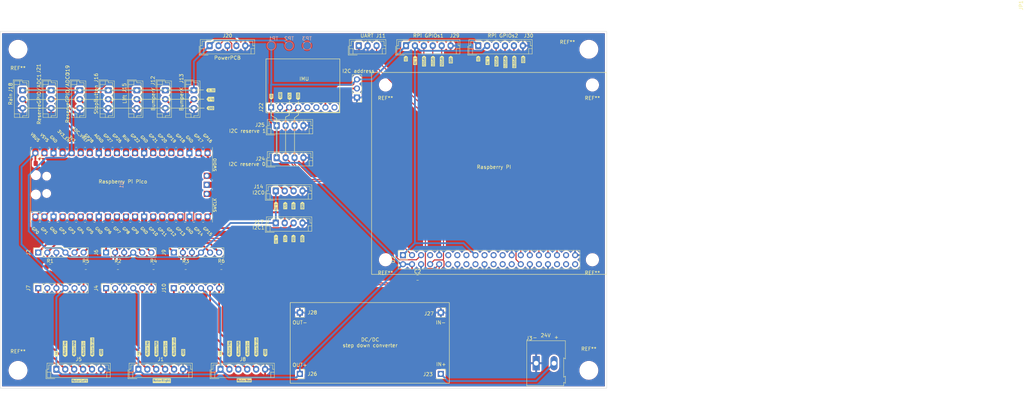
<source format=kicad_pcb>
(kicad_pcb (version 20211014) (generator pcbnew)
  (title_block (title "Landrumower PCB") (rev "1.0"))
  (layers (0 "F.Cu" signal) (31 "B.Cu" signal) (34 "B.Paste" user) (35 "F.Paste" user) (36 "B.SilkS" user "B.Silkscreen") (37 "F.SilkS" user "F.Silkscreen") (38 "B.Mask" user) (39 "F.Mask" user) (44 "Edge.Cuts" user))
  (net 0 "")
  (net 1 "+5V")
  (net 2 "GND")
  (net 3 "+3V3")
  (net 4 "I2C0 (SDA)")
  (net 5 "I2C0 (SCL)")
  (net 6 "bumperX")
  (net 7 "pinMotorRightImp")
  (net 8 "pinMotorRightPWM")
  (net 9 "pinMotorRightDir")
  (net 10 "pinMotorRightBrake")
  (net 11 "bumperY")
  (net 12 "Net-(J1-Pad2)")
  (net 13 "Net-(J1-Pad3)")
  (net 14 "pinMotorLeftImp")
  (net 15 "pinMotorLeftPWM")
  (net 16 "pinMotorLeftDir")
  (net 17 "pinMotorLeftBrake")
  (net 18 "lift")
  (net 19 "pinMotorMowImp")
  (net 20 "pinMotorMowPWM")
  (net 21 "pinMotorMowDir")
  (net 22 "pinMotorMowBrake")
  (net 30 "I2C1 (SDA)")
  (net 31 "I2C1 (SCL)")
  (net 32 "Net-(J1-Pad4)")
  (net 33 "Net-(J1-Pad5)")
  (net 34 "Net-(J5-Pad2)")
  (net 35 "Net-(J5-Pad3)")
  (net 36 "Net-(J5-Pad4)")
  (net 37 "Net-(J5-Pad5)")
  (net 38 "rain")
  (net 39 "Net-(J10-Pad1)")
  (net 40 "Net-(J10-Pad2)")
  (net 41 "Net-(J10-Pad5)")
  (net 42 "Net-(J10-Pad6)")
  (net 43 "stopButton")
  (net 44 "pinBatterySwitch")
  (net 45 "reserve GPIO{slash}ADC 0")
  (net 46 "reserve GPIO{slash}ADC 1")
  (net 47 "I2C(SCL)")
  (net 48 "I2C(SDA)")
  (net 51 "Net-(J22-Pad7)")
  (net 53 "UART (PI:RX PICO:TX)")
  (net 54 "UART (PI:TX PICO:RX)")
  (net 55 "+3.3VP")
  (net 56 "GPIO4")
  (net 64 "GPIO1")
  (net 65 "GPIO2")
  (net 66 "GPIO5")
  (net 67 "GPIO6")
  (net 68 "GPIO13")
  (net 70 "GPIO19")
  (net 76 "+24V")
  (footprint "Connector_JST:JST_EH_B6B-EH-A_1x06_P2.50mm_Vertical" (layer "F.Cu") (at 64.75 139.7)
    (fp_text reference "J5")
    (fp_text value "MotorLeftt")
  )
  (footprint "MountingHole:MountingHole_2.7mm" (layer "F.Cu") (at 157 60 180)
    (fp_text reference "REF**")
    (fp_text value "MountingHole_2.7mm")
  )
  (footprint "Connector_PinSocket_2.54mm:PinSocket_1x01_P2.54mm_Vertical" (layer "F.Cu") (at 133 123.8)
    (fp_text reference "J28")
    (fp_text value "OUT-")
  )
  (footprint "kibuzzard-65CA0B61" (layer "F.Cu") (at 95.3 134 90)
    (fp_text reference "kibuzzard-65CA0B61" hide)
    (fp_text value "G***" hide)
  )
  (footprint "kibuzzard-65CA0D25" (layer "F.Cu") (at 64.7 135.4 90)
    (fp_text reference "kibuzzard-65CA0D25" hide)
    (fp_text value "G***" hide)
  )
  (footprint "kibuzzard-65CA193C" (layer "F.Cu") (at 195.6 52.8 -90)
    (fp_text reference "kibuzzard-65CA193C" hide)
    (fp_text value "G***" hide)
  )
  (footprint "kibuzzard-65CA0A7B" (layer "F.Cu") (at 77.3 135.1 90)
    (fp_text reference "kibuzzard-65CA0A7B" hide)
    (fp_text value "G***" hide)
  )
  (footprint "MountingHole:MountingHole_2.7mm" (layer "F.Cu") (at 215 109 180)
    (fp_text reference "REF**")
    (fp_text value "MountingHole_2.7mm")
  )
  (footprint "Connector_JST:JST_EH_B3B-EH-A_1x03_P2.50mm_Vertical" (layer "F.Cu") (at 87.3 61.5 -90)
    (fp_text reference "J15")
    (fp_text value "Lift")
  )
  (footprint "Resistor_SMD:R_0805_2012Metric_Pad1.20x1.40mm_HandSolder" (layer "F.Cu") (at 101 111)
    (fp_text reference "R3")
    (fp_text value "4k7")
  )
  (footprint "kibuzzard-65CA15BA" (layer "F.Cu") (at 107.9 64)
    (fp_text reference "kibuzzard-65CA15BA" hide)
    (fp_text value "G***" hide)
  )
  (footprint "kibuzzard-65CA0AF1" (layer "F.Cu") (at 74.8 133.5 90)
    (fp_text reference "kibuzzard-65CA0AF1" hide)
    (fp_text value "G***" hide)
  )
  (footprint "Connector_JST:JST_EH_B3B-EH-A_1x03_P2.50mm_Vertical" (layer "F.Cu") (at 95.3 61.5 -90)
    (fp_text reference "J12")
    (fp_text value "BumperY")
  )
  (footprint "kibuzzard-65CA0A0A" (layer "F.Cu") (at 71.3 142.9)
    (fp_text reference "kibuzzard-65CA0A0A" hide)
    (fp_text value "G***" hide)
  )
  (footprint "Connector_PinHeader_2.54mm:PinHeader_1x03_P2.54mm_Vertical" (layer "F.Cu") (at 149 63.525 180)
    (fp_text reference "JP1")
    (fp_text value "I2C adress")
  )
  (footprint "kibuzzard-65CA0B61" (layer "F.Cu") (at 118.3 134 90)
    (fp_text reference "kibuzzard-65CA0B61" hide)
    (fp_text value "G***" hide)
  )
  (footprint "Connector_PinSocket_2.54mm:PinSocket_1x06_P2.54mm_Vertical" (layer "F.Cu") (at 97.675 116.975 90)
    (fp_text reference "J10")
    (fp_text value "Conn_01x06_Female")
  )
  (footprint "kibuzzard-65CA137E" (layer "F.Cu") (at 131.2 103 -90)
    (fp_text reference "kibuzzard-65CA137E" hide)
    (fp_text value "G***" hide)
  )
  (footprint "MountingHole:MountingHole_4.3mm_M4" (layer "F.Cu") (at 54 50 180)
    (fp_text reference "REF**")
    (fp_text value "MountingHole_4.3mm_M4")
  )
  (footprint "kibuzzard-65CA0AF1" (layer "F.Cu") (at 97.7 133.5 90)
    (fp_text reference "kibuzzard-65CA0AF1" hide)
    (fp_text value "G***" hide)
  )
  (footprint "Connector_JST:JST_EH_B6B-EH-A_1x06_P2.50mm_Vertical" (layer "F.Cu") (at 183 49)
    (fp_text reference "J30")
    (fp_text value "RPI GPIOs2")
  )
  (footprint "kibuzzard-65CA0CDE" (layer "F.Cu") (at 90.3 134 90)
    (fp_text reference "kibuzzard-65CA0CDE" hide)
    (fp_text value "G***" hide)
  )
  (footprint "Resistor_SMD:R_0805_2012Metric_Pad1.20x1.40mm_HandSolder" (layer "F.Cu") (at 82 111)
    (fp_text reference "R2")
    (fp_text value "4k7")
  )
  (footprint "kibuzzard-65CA0A31" (layer "F.Cu") (at 94.3 142.9)
    (fp_text reference "kibuzzard-65CA0A31" hide)
    (fp_text value "G***" hide)
  )
  (footprint "RPi_Pico:RPi_Pico_SMD_TH" (layer "F.Cu") (at 83 88 90)
    (fp_text reference "U1")
    (fp_text value "Pico")
  )
  (footprint "Resistor_SMD:R_0805_2012Metric_Pad1.20x1.40mm_HandSolder" (layer "F.Cu") (at 111 111)
    (fp_text reference "R6")
    (fp_text value "100k")
  )
  (footprint "Connector_PinSocket_2.54mm:PinSocket_1x01_P2.54mm_Vertical" (layer "F.Cu") (at 172.5 123.8)
    (fp_text reference "J27")
    (fp_text value "IN-")
  )
  (footprint "MountingHole:MountingHole_2.7mm" (layer "F.Cu") (at 215 60 180)
    (fp_text reference "REF**")
    (fp_text value "MountingHole_2.7mm")
  )
  (footprint "kibuzzard-65CA0BE5" (layer "F.Cu") (at 69.7 133.9 90)
    (fp_text reference "kibuzzard-65CA0BE5" hide)
    (fp_text value "G***" hide)
  )
  (footprint "kibuzzard-65CA137E" (layer "F.Cu") (at 132.5 63.2 90)
    (fp_text reference "kibuzzard-65CA137E" hide)
    (fp_text value "G***" hide)
  )
  (footprint "Connector_JST:JST_EH_B6B-EH-A_1x06_P2.50mm_Vertical" (layer "F.Cu") (at 162.75 49)
    (fp_text reference "J29")
    (fp_text value "RPI GPIOs1")
  )
  (footprint "Connector_PinSocket_2.54mm:PinSocket_1x01_P2.54mm_Vertical" (layer "F.Cu") (at 172.5 141)
    (fp_text reference "J23")
    (fp_text value "IN+")
  )
  (footprint "kibuzzard-65CA0A7B" (layer "F.Cu") (at 123.3 135.1 90)
    (fp_text reference "kibuzzard-65CA0A7B" hide)
    (fp_text value "G***" hide)
  )
  (footprint "kibuzzard-65CA1392" (layer "F.Cu") (at 128.9 93.8 -90)
    (fp_text reference "kibuzzard-65CA1392" hide)
    (fp_text value "G***" hide)
  )
  (footprint "Connector_JST:JST_EH_B6B-EH-A_1x06_P2.50mm_Vertical" (layer "F.Cu") (at 110.75 139.7)
    (fp_text reference "J8")
    (fp_text value "MotorMow")
  )
  (footprint "Connector_JST:JST_EH_B4B-EH-A_1x04_P2.50mm_Vertical" (layer "F.Cu") (at 126.25 89.7)
    (fp_text reference "J14")
    (fp_text value "I2C0")
  )
  (footprint "kibuzzard-65CA137E" (layer "F.Cu") (at 131.2 93.8 -90)
    (fp_text reference "kibuzzard-65CA137E" hide)
    (fp_text value "G***" hide)
  )
  (footprint "Connector_PinSocket_2.54mm:PinSocket_1x08_P2.54mm_Vertical" (layer "F.Cu") (at 124.925 66.3 90)
    (fp_text reference "J22")
    (fp_text value "IMU")
  )
  (footprint "Connector_JST:JST_EH_B3B-EH-A_1x03_P2.50mm_Vertical" (layer "F.Cu") (at 63.3 61.5 -90)
    (fp_text reference "J21")
    (fp_text value "ReserveGPIO/ADC1")
  )
  (footprint "kibuzzard-65CA13E2" (layer "F.Cu") (at 133.7 103 -90)
    (fp_text reference "kibuzzard-65CA13E2" hide)
    (fp_text value "G***" hide)
  )
  (footprint "Connector_JST:JST_EH_B5B-EH-A_1x05_P2.50mm_Vertical" (layer "F.Cu") (at 107.7 49)
    (fp_text reference "J20")
    (fp_text value "PowerPCB")
  )
  (footprint "kibuzzard-65CA1367" (layer "F.Cu") (at 126.3 103.2 -90)
    (fp_text reference "kibuzzard-65CA1367" hide)
    (fp_text value "G***" hide)
  )
  (footprint "Resistor_SMD:R_0805_2012Metric_Pad1.20x1.40mm_HandSolder" (layer "F.Cu") (at 63 111)
    (fp_text reference "R1")
    (fp_text value "4k7")
  )
  (footprint "Connector_PinSocket_2.54mm:PinSocket_1x06_P2.54mm_Vertical" (layer "F.Cu") (at 78.675 116.975 90)
    (fp_text reference "J4")
    (fp_text value "Conn_01x06_Female")
  )
  (footprint "kibuzzard-65CA19E7" (layer "F.Cu") (at 188.1 53.3 -90)
    (fp_text reference "kibuzzard-65CA19E7" hide)
    (fp_text value "G***" hide)
  )
  (footprint "kibuzzard-65CA0A7B" (layer "F.Cu") (at 100.3 135.1 90)
    (fp_text reference "kibuzzard-65CA0A7B" hide)
    (fp_text value "G***" hide)
  )
  (footprint "Connector_PinSocket_2.54mm:PinSocket_1x06_P2.54mm_Vertical" (layer "F.Cu") (at 59.675 116.975 90)
    (fp_text reference "J7")
    (fp_text value "Conn_01x06_Female")
  )
  (footprint "MountingHole:MountingHole_4.3mm_M4" (layer "F.Cu") (at 54 140)
    (fp_text reference "REF**")
    (fp_text value "MountingHole_4.3mm_M4")
  )
  (footprint "kibuzzard-65CA1392" (layer "F.Cu") (at 128.9 103 -90)
    (fp_text reference "kibuzzard-65CA1392" hide)
    (fp_text value "G***" hide)
  )
  (footprint "kibuzzard-65CA15CC" (layer "F.Cu") (at 107.9 66.5)
    (fp_text reference "kibuzzard-65CA15CC" hide)
    (fp_text value "G***" hide)
  )
  (footprint "Connector_JST:JST_EH_B6B-EH-A_1x06_P2.50mm_Vertical" (layer "F.Cu") (at 87.75 139.7)
    (fp_text reference "J1")
    (fp_text value "MotorRight")
  )
  (footprint "Connector_JST:JST_EH_B3B-EH-A_1x03_P2.50mm_Vertical" (layer "F.Cu") (at 71.3 61.5 -90)
    (fp_text reference "J19")
    (fp_text value "ResrveGPIO/ADC0")
  )
  (footprint "Resistor_SMD:R_0805_2012Metric_Pad1.20x1.40mm_HandSolder" (layer "F.Cu") (at 73 111)
    (fp_text reference "R5")
    (fp_text value "100k")
  )
  (footprint "MountingHole:MountingHole_4.3mm_M4" (layer "F.Cu") (at 214 50)
    (fp_text reference "REF**")
    (fp_text value "MountingHole_4.3mm_M4")
  )
  (footprint "MountingHole:MountingHole_4.3mm_M4" (layer "F.Cu") (at 214 140)
    (fp_text reference "REF**")
    (fp_text value "MountingHole_4.3mm_M4")
  )
  (footprint "kibuzzard-65CA1367" (layer "F.Cu") (at 126.3 94 -90)
    (fp_text reference "kibuzzard-65CA1367" hide)
    (fp_text value "G***" hide)
  )
  (footprint "Capacitor_SMD:C_0805_2012Metric_Pad1.18x1.45mm_HandSolder" (layer "F.Cu") (at 166 114)
    (fp_text reference "C2")
    (fp_text value "C_Small")
  )
  (footprint "kibuzzard-65CA18EE" (layer "F.Cu") (at 185.6 53.1 -90)
    (fp_text reference "kibuzzard-65CA18EE" hide)
    (fp_text value "G***" hide)
  )
  (footprint "Connector_JST:JST_EH_B3B-EH-A_1x03_P2.50mm_Vertical" (layer "F.Cu") (at 149.5 49)
    (fp_text reference "J11")
    (fp_text value "UART")
  )
  (footprint "kibuzzard-65CA0D25" (layer "F.Cu") (at 110.7 135.4 90)
    (fp_text reference "kibuzzard-65CA0D25" hide)
    (fp_text value "G***" hide)
  )
  (footprint "Capacitor_SMD:C_0805_2012Metric_Pad1.18x1.45mm_HandSolder" (layer "F.Cu") (at 60 82)
    (fp_text reference "C1")
    (fp_text value "C_Small")
  )
  (footprint "kibuzzard-65CA1A09" (layer "F.Cu") (at 193.1 53.5 -90)
    (fp_text reference "kibuzzard-65CA1A09" hide)
    (fp_text value "G***" hide)
  )
  (footprint "kibuzzard-65CA19F9" (layer "F.Cu") (at 190.6 53.5 -90)
    (fp_text reference "kibuzzard-65CA19F9" hide)
    (fp_text value "G***" hide)
  )
  (footprint "kibuzzard-65CA0CDE" (layer "F.Cu") (at 113.3 134 90)
    (fp_text reference "kibuzzard-65CA0CDE" hide)
    (fp_text value "G***" hide)
  )
  (footprint "kibuzzard-65CA0BDD" (layer "F.Cu") (at 72.3 134 90)
    (fp_text reference "kibuzzard-65CA0BDD" hide)
    (fp_text value "G***" hide)
  )
  (footprint "kibuzzard-65CA0D25" (layer "F.Cu") (at 87.8 135.4 90)
    (fp_text reference "kibuzzard-65CA0D25" hide)
    (fp_text value "G***" hide)
  )
  (footprint "kibuzzard-65CA0BE5" (layer "F.Cu") (at 115.8 134 90)
    (fp_text reference "kibuzzard-65CA0BE5" hide)
    (fp_text value "G***" hide)
  )
  (footprint "Connector_PinSocket_2.54mm:PinSocket_2x20_P2.54mm_Vertical" (layer "F.Cu") (at 161.9 107.71 90)
    (fp_text reference "U2")
    (fp_text value "Raspberry_Pi_2_3")
  )
  (footprint "Connector_JST:JST_EH_B4B-EH-A_1x04_P2.50mm_Vertical" (layer "F.Cu") (at 126.5 80.4)
    (fp_text reference "J24")
    (fp_text value "I2C reserve0")
  )
  (footprint "Connector_JST:JST_EH_B3B-EH-A_1x03_P2.50mm_Vertical" (layer "F.Cu") (at 55.3 61.5 -90)
    (fp_text reference "J18")
    (fp_text value "Rain")
  )
  (footprint "kibuzzard-65CA193C" (layer "F.Cu") (at 175.3 52.9 -90)
    (fp_text reference "kibuzzard-65CA193C" hide)
    (fp_text value "G***" hide)
  )
  (footprint "kibuzzard-65CA0BE5" (layer "F.Cu") (at 92.8 134 90)
    (fp_text reference "kibuzzard-65CA0BE5" hide)
    (fp_text value "G***" hide)
  )
  (footprint "Resistor_SMD:R_0805_2012Metric_Pad1.20x1.40mm_HandSolder" (layer "F.Cu") (at 92 111)
    (fp_text reference "R4")
    (fp_text value "100k")
  )
  (footprint "Connector_PinSocket_2.54mm:PinSocket_1x06_P2.54mm_Vertical" (layer "F.Cu") (at 59.675 106.975 90)
    (fp_text reference "J2")
    (fp_text value "Conn_01x06_Female")
  )
  (footprint "Connector_PinSocket_2.54mm:PinSocket_1x06_P2.54mm_Vertical" (layer "F.Cu") (at 97.675 106.975 90)
    (fp_text reference "J9")
    (fp_text value "Conn_01x06_Female")
  )
  (footprint "kibuzzard-65CA13E2" (layer "F.Cu") (at 133.7 93.8 -90)
    (fp_text reference "kibuzzard-65CA13E2" hide)
    (fp_text value "G***" hide)
  )
  (footprint "kibuzzard-65CA18B9" (layer "F.Cu") (at 183 52.6 -90)
    (fp_text reference "kibuzzard-65CA18B9" hide)
    (fp_text value "G***" hide)
  )
  (footprint "Connector_JST:JST_EH_B4B-EH-A_1x04_P2.50mm_Vertical" (layer "F.Cu") (at 126.5 71.4)
    (fp_text reference "J25")
    (fp_text value "I2C reserve1")
  )
  (footprint "kibuzzard-65CA0A42" (layer "F.Cu") (at 117.4 142.8)
    (fp_text reference "kibuzzard-65CA0A42" hide)
    (fp_text value "G***" hide)
  )
  (footprint "kibuzzard-65CA0CDE" (layer "F.Cu") (at 67.2 134 90)
    (fp_text reference "kibuzzard-65CA0CDE" hide)
    (fp_text value "G***" hide)
  )
  (footprint "kibuzzard-65CA1528" (layer "F.Cu") (at 125 63.3 90)
    (fp_text reference "kibuzzard-65CA1528" hide)
    (fp_text value "G***" hide)
  )
  (footprint "kibuzzard-65CA15DA" (layer "F.Cu") (at 108 61.5)
    (fp_text reference "kibuzzard-65CA15DA" hide)
    (fp_text value "G***" hide)
  )
  (footprint "kibuzzard-65CA191B" (layer "F.Cu") (at 170.3 53.3 -90)
    (fp_text reference "kibuzzard-65CA191B" hide)
    (fp_text value "G***" hide)
  )
  (footprint "kibuzzard-65CA18B9" (layer "F.Cu") (at 162.7 52.6 -90)
    (fp_text reference "kibuzzard-65CA18B9" hide)
    (fp_text value "G***" hide)
  )
  (footprint "kibuzzard-65CA18EE" (layer "F.Cu") (at 165.3 53.1 -90)
    (fp_text reference "kibuzzard-65CA18EE" hide)
    (fp_text value "G***" hide)
  )
  (footprint "Connector_JST:JST_EH_B3B-EH-A_1x03_P2.50mm_Vertical" (layer "F.Cu") (at 79.3 61.5 -90)
    (fp_text reference "J16")
    (fp_text value "StopButton")
  )
  (footprint "Connector_PinSocket_2.54mm:PinSocket_1x01_P2.54mm_Vertical" (layer "F.Cu") (at 133 141)
    (fp_text reference "J26")
    (fp_text value "OUT+")
  )
  (footprint "Connector_JST:JST_EH_B4B-EH-A_1x04_P2.50mm_Vertical" (layer "F.Cu") (at 126.25 98.7)
    (fp_text reference "J17")
    (fp_text value "I2C1")
  )
  (footprint "kibuzzard-65CA13E2" (layer "F.Cu") (at 127.5 63.1 90)
    (fp_text reference "kibuzzard-65CA13E2" hide)
    (fp_text value "G***" hide)
  )
  (footprint "TerminalBlock:TerminalBlock_Altech_AK300-2_P5.00mm" (layer "F.Cu") (at 199.235 138)
    (fp_text reference "J3")
    (fp_text value "Power")
  )
  (footprint "kibuzzard-65CA190F" (layer "F.Cu") (at 167.8 53.3 -90)
    (fp_text reference "kibuzzard-65CA190F" hide)
    (fp_text value "G***" hide)
  )
  (footprint "Connector_JST:JST_EH_B3B-EH-A_1x03_P2.50mm_Vertical" (layer "F.Cu") (at 103.3 61.5 -90)
    (fp_text reference "J13")
    (fp_text value "BumperX")
  )
  (footprint "kibuzzard-65CA1927" (layer "F.Cu") (at 172.8 53.3 -90)
    (fp_text reference "kibuzzard-65CA1927" hide)
    (fp_text value "G***" hide)
  )
  (footprint "kibuzzard-65CA0AF1" (layer "F.Cu") (at 120.8 133.5 90)
    (fp_text reference "kibuzzard-65CA0AF1" hide)
    (fp_text value "G***" hide)
  )
  (footprint "Connector_PinSocket_2.54mm:PinSocket_1x06_P2.54mm_Vertical" (layer "F.Cu") (at 78.675 106.975 90)
    (fp_text reference "J6")
    (fp_text value "Conn_01x06_Female")
  )
  (footprint "kibuzzard-65CA1392" (layer "F.Cu") (at 130.1 63.2 90)
    (fp_text reference "kibuzzard-65CA1392" hide)
    (fp_text value "G***" hide)
  )
  (footprint "MountingHole:MountingHole_2.7mm" (layer "F.Cu") (at 157 109 180)
    (fp_text reference "REF**")
    (fp_text value "MountingHole_2.7mm")
  )
  (footprint "TestPoint:TestPoint_Pad_D2.0mm" (layer "B.Cu") (at 130 49 180)
    (fp_text reference "TP2")
    (fp_text value "TP3.3V")
  )
  (footprint "TestPoint:TestPoint_Pad_D2.0mm" (layer "B.Cu") (at 125 49 180)
    (fp_text reference "TP1")
    (fp_text value "TP_5V")
  )
  (footprint "TestPoint:TestPoint_Pad_D2.0mm" (layer "B.Cu") (at 135 49 180)
    (fp_text reference "TP3")
    (fp_text value "TP_GND")
  )
  (gr_line (start 125 64.6) (end 125 68.6) (layer "F.SilkS") (width 0.15))
  (gr_rect (start 123.5 67.8) (end 144.2 52.7) (layer "F.SilkS") (width 0.15) (fill none))
  (gr_line (start 131.5 69.2) (end 131.5 79.8) (layer "F.SilkS") (width 0.15))
  (gr_line (start 130.1 64.5) (end 130 68.5) (layer "F.SilkS") (width 0.15))
  (gr_rect (start 153.1 56.5) (end 219 113.1) (layer "F.SilkS") (width 0.15) (fill none))
  (gr_line (start 132.6 64.6) (end 132.6 68.4) (layer "F.SilkS") (width 0.15))
  (gr_line (start 106 61.4) (end 55.8 61.4) (layer "F.SilkS") (width 0.15))
  (gr_rect (start 130.3 121) (end 174.9 143.6) (layer "F.SilkS") (width 0.15) (fill none))
  (gr_line (start 106.1 64) (end 55.8 64.1) (layer "F.SilkS") (width 0.15))
  (gr_line (start 130 68.5) (end 129 69) (layer "F.SilkS") (width 0.15))
  (gr_line (start 126.5 69.4) (end 126.5 79.8) (layer "F.SilkS") (width 0.15))
  (gr_line (start 106.2 66.5) (end 55.8 66.5) (layer "F.SilkS") (width 0.15))
  (gr_line (start 129 69) (end 129 79.4) (layer "F.SilkS") (width 0.15))
  (gr_line (start 132.6 68.4) (end 131.5 69.2) (layer "F.SilkS") (width 0.15))
  (gr_line (start 125 68.6) (end 126.5 69.4) (layer "F.SilkS") (width 0.15))
  (gr_rect (start 49 45) (end 219 145) (layer "Edge.Cuts") (width 0.1) (fill none))
  (gr_text "Landrumower PCB V1.0" (at 75 49) (layer "F.Cu") (effects (font (size 1.5 1.5) (thickness 0.3))))
  (gr_text "Rain" (at 51.9 64 90) (layer "F.SilkS") (effects (font (size 1 1))))
  (gr_text "PowerPCB" (at 112.7 52.4) (layer "F.SilkS") (effects (font (size 1 1))))
  (gr_text "BumperX" (at 99.8 64 90) (layer "F.SilkS") (effects (font (size 1 1))))
  (gr_text "IMU" (at 134.2 58.3) (layer "F.SilkS") (effects (font (size 1 1))))
  (gr_text "ReserveGPIO/ADC0" (at 67.9 63.6 90) (layer "F.SilkS") (effects (font (size 1 1))))
  (gr_text "I2C reserve 1" (at 118.3 72.9) (layer "F.SilkS") (effects (font (size 1 1))))
  (gr_text "Lift" (at 83.9 64 90) (layer "F.SilkS") (effects (font (size 1 1))))
  (gr_text "IN+" (at 172.6 138.3) (layer "F.SilkS") (effects (font (size 1 1))))
  (gr_text "I2C reserve 0" (at 118.2 82.2) (layer "F.SilkS") (effects (font (size 1 1))))
  (gr_text "I2C address" (at 149.4 56.1) (layer "F.SilkS") (effects (font (size 1 1))))
  (gr_text "I2C0" (at 121.4 90.2) (layer "F.SilkS") (effects (font (size 1 1))))
  (gr_text "-" (at 198.9 130.8) (layer "F.SilkS") (effects (font (size 1 1))))
  (gr_text "RPi GPIOs2" (at 189.9 46.2) (layer "F.SilkS") (effects (font (size 1 1))))
  (gr_text "StopButton" (at 75.9 64.1 90) (layer "F.SilkS") (effects (font (size 1 1))))
  (gr_text "Raspberry PI" (at 187.4 83) (layer "F.SilkS") (effects (font (size 1 1))))
  (gr_text "ReserveGPIO/ADC1" (at 59.9 64 90) (layer "F.SilkS") (effects (font (size 1 1))))
  (gr_text "OUT+" (at 133 138.5) (layer "F.SilkS") (effects (font (size 1 1))))
  (gr_text "DC/DC\nstep down converter" (at 152.7 132.2) (layer "F.SilkS") (effects (font (size 1 1))))
  (gr_text "OUT-" (at 133 126.6) (layer "F.SilkS") (effects (font (size 1 1))))
  (gr_text "24V" (at 201.9 130.2) (layer "F.SilkS") (effects (font (size 1 1))))
  (gr_text "IN-" (at 172.5 126.6) (layer "F.SilkS") (effects (font (size 1 1))))
  (gr_text "+" (at 204.9 130.7) (layer "F.SilkS") (effects (font (size 1 1))))
  (gr_text "Raspberry Pi Pico" (at 83.4 87.1) (layer "F.SilkS") (effects (font (size 1 1))))
  (gr_text "RPi GPIOs1" (at 169 46.2) (layer "F.SilkS") (effects (font (size 1 1))))
  (gr_text "BumperY" (at 91.9 64 90) (layer "F.SilkS") (effects (font (size 1 1))))
  (gr_text "UART" (at 151.8 46.2) (layer "F.SilkS") (effects (font (size 1 1))))
  (gr_text "I2C1" (at 121.4 100) (layer "F.SilkS") (effects (font (size 1 1))))
  (segment (start 58.87 79.11) (end 58.87 81.9075) (width 0.5) (layer "F.Cu") (net 1))
  (segment (start 164.44 113.4775) (end 164.9625 114) (width 0.5) (layer "F.Cu") (net 1))
  (segment (start 58.87 81.9075) (end 58.9625 82) (width 0.5) (layer "F.Cu") (net 1))
  (segment (start 164.44 110.25) (end 164.44 113.4775) (width 0.5) (layer "F.Cu") (net 1))
  (segment (start 126.5 71.4) (end 126.5 80.4) (width 0.5) (layer "B.Cu") (net 1))
  (segment (start 55 104.68) (end 67.295 116.975) (width 0.5) (layer "B.Cu") (net 1))
  (segment (start 87.75 139.7) (end 87.75 118.43) (width 0.5) (layer "B.Cu") (net 1))
  (segment (start 109.32548 141.12452) (end 89.17452 141.12452) (width 0.5) (layer "B.Cu") (net 1))
  (segment (start 66.17452 141.12452) (end 64.75 139.7) (width 0.5) (layer "B.Cu") (net 1))
  (segment (start 113.05 142) (end 110.75 139.7) (width 0.5) (layer "B.Cu") (net 1))
  (segment (start 87.75 118.43) (end 86.295 116.975) (width 0.5) (layer "B.Cu") (net 1))
  (segment (start 133 139.15) (end 161.9 110.25) (width 0.5) (layer "B.Cu") (net 1))
  (segment (start 126.5 71.4) (end 124.925 69.825) (width 0.5) (layer "B.Cu") (net 1))
  (segment (start 110.75 139.7) (end 110.75 122.43) (width 0.5) (layer "B.Cu") (net 1))
  (segment (start 87.75 139.7) (end 86.32548 141.12452) (width 0.5) (layer "B.Cu") (net 1))
  (segment (start 89.17452 141.12452) (end 87.75 139.7) (width 0.5) (layer "B.Cu") (net 1))
  (segment (start 125 49) (end 125 60) (width 0.5) (layer "B.Cu") (net 1))
  (segment (start 64.75 119.52) (end 67.295 116.975) (width 0.5) (layer "B.Cu") (net 1))
  (segment (start 58.87 79.11) (end 55 82.98) (width 0.5) (layer "B.Cu") (net 1))
  (segment (start 149 58.445) (end 153.305 58.445) (width 0.5) (layer "B.Cu") (net 1))
  (segment (start 64.75 139.7) (end 64.75 119.52) (width 0.5) (layer "B.Cu") (net 1))
  (segment (start 55 82.98) (end 55 104.68) (width 0.5) (layer "B.Cu") (net 1))
  (segment (start 132.82452 81.82452) (end 127.92452 81.82452) (width 0.5) (layer "B.Cu") (net 1))
  (segment (start 183 49) (end 181.57548 47.57548) (width 0.5) (layer "B.Cu") (net 1))
  (segment (start 110.75 139.7) (end 109.32548 141.12452) (width 0.5) (layer "B.Cu") (net 1))
  (segment (start 164.17452 47.57548) (end 162.75 49) (width 0.5) (layer "B.Cu") (net 1))
  (segment (start 149 58.445) (end 147.52 59.925) (width 0.5) (layer "B.Cu") (net 1))
  (segment (start 124.925 69.825) (end 124.925 66.3) (width 0.5) (layer "B.Cu") (net 1))
  (segment (start 148.555 58) (end 149 58.445) (width 0.5) (layer "B.Cu") (net 1))
  (segment (start 164.44 110.25) (end 161.25 110.25) (width 0.5) (layer "B.Cu") (net 1))
  (segment (start 181.57548 47.57548) (end 164.17452 47.57548) (width 0.5) (layer "B.Cu") (net 1))
  (segment (start 127.92452 81.82452) (end 126.5 80.4) (width 0.5) (layer "B.Cu") (net 1))
  (segment (start 153.305 58.445) (end 162.75 49) (width 0.5) (layer "B.Cu") (net 1))
  (segment (start 147.52 59.925) (end 124.925 59.925) (width 0.5) (layer "B.Cu") (net 1))
  (segment (start 133 141) (end 133 139.15) (width 0.5) (layer "B.Cu") (net 1))
  (segment (start 124.925 60.075) (end 124.925 59.925) (width 0.5) (layer "B.Cu") (net 1))
  (segment (start 132 142) (end 113.05 142) (width 0.5) (layer "B.Cu") (net 1))
  (segment (start 161.25 110.25) (end 132.82452 81.82452) (width 0.5) (layer "B.Cu") (net 1))
  (segment (start 110.75 122.43) (end 105.295 116.975) (width 0.5) (layer "B.Cu") (net 1))
  (segment (start 86.32548 141.12452) (end 66.17452 141.12452) (width 0.5) (layer "B.Cu") (net 1))
  (segment (start 124.925 66.3) (end 124.925 60.075) (width 0.5) (layer "B.Cu") (net 1))
  (segment (start 125 60) (end 124.925 60.075) (width 0.5) (layer "B.Cu") (net 1))
  (segment (start 133 141) (end 132 142) (width 0.5) (layer "B.Cu") (net 1))
  (segment (start 150.57548 50.42452) (end 152 49) (width 0.5) (layer "B.Cu") (net 2))
  (segment (start 136.42452 50.42452) (end 150.57548 50.42452) (width 0.5) (layer "B.Cu") (net 2))
  (segment (start 135 49) (end 136.42452 50.42452) (width 0.5) (layer "B.Cu") (net 2))
  (segment (start 65.995489 105.675489) (end 61.675489 105.675489) (width 0.5) (layer "B.Cu") (net 3))
  (segment (start 61.886266 80.409511) (end 67.028276 80.409511) (width 0.5) (layer "B.Cu") (net 3))
  (segment (start 71.3 61.5) (end 63.3 61.5) (width 0.5) (layer "B.Cu") (net 3))
  (segment (start 57 85.295777) (end 61.886266 80.409511) (width 0.5) (layer "B.Cu") (net 3))
  (segment (start 79.3 61.5) (end 87.3 61.5) (width 0.5) (layer "B.Cu") (net 3))
  (segment (start 67.028276 80.409511) (end 69 78.437787) (width 0.5) (layer "B.Cu") (net 3))
  (segment (start 105.295 106.975) (end 103.995489 108.274511) (width 0.5) (layer "B.Cu") (net 3))
  (segment (start 126.25 98.7) (end 113.57 98.7) (width 0.5) (layer "B.Cu") (net 3))
  (segment (start 57 101) (end 57 85.295777) (width 0.5) (layer "B.Cu") (net 3))
  (segment (start 87.3 61.5) (end 95.3 61.5) (width 0.5) (layer "B.Cu") (net 3))
  (segment (start 103.3 61.5) (end 103.3 53.4) (width 0.5) (layer "B.Cu") (net 3))
  (segment (start 113.57 98.7) (end 105.295 106.975) (width 0.5) (layer "B.Cu") (net 3))
  (segment (start 87.594511 108.274511) (end 86.295 106.975) (width 0.5) (layer "B.Cu") (net 3))
  (segment (start 84.995489 108.274511) (end 68.594511 108.274511) (width 0.5) (layer "B.Cu") (net 3))
  (segment (start 69.03 63.77) (end 71.3 61.5) (width 0.5) (layer "B.Cu") (net 3))
  (segment (start 67.295 106.975) (end 65.995489 105.675489) (width 0.5) (layer "B.Cu") (net 3))
  (segment (start 63.3 61.5) (end 55.3 61.5) (width 0.5) (layer "B.Cu") (net 3))
  (segment (start 68.594511 108.274511) (end 67.295 106.975) (width 0.5) (layer "B.Cu") (net 3))
  (segment (start 69.03 79.11) (end 69.03 63.77) (width 0.5) (layer "B.Cu") (net 3))
  (segment (start 95.3 61.5) (end 103.3 61.5) (width 0.5) (layer "B.Cu") (net 3))
  (segment (start 103.995489 108.274511) (end 87.594511 108.274511) (width 0.5) (layer "B.Cu") (net 3))
  (segment (start 71.3 61.5) (end 79.3 61.5) (width 0.5) (layer "B.Cu") (net 3))
  (segment (start 126.25 98.7) (end 126.25 89.7) (width 0.5) (layer "B.Cu") (net 3))
  (segment (start 109.149511 47.550489) (end 107.7 49) (width 0.5) (layer "B.Cu") (net 3))
  (segment (start 103.3 53.4) (end 107.7 49) (width 0.5) (layer "B.Cu") (net 3))
  (segment (start 130 49) (end 128.550489 47.550489) (width 0.5) (layer "B.Cu") (net 3))
  (segment (start 128.550489 47.550489) (end 109.149511 47.550489) (width 0.5) (layer "B.Cu") (net 3))
  (segment (start 86.295 106.975) (end 84.995489 108.274511) (width 0.5) (layer "B.Cu") (net 3))
  (segment (start 61.675489 105.675489) (end 57 101) (width 0.5) (layer "B.Cu") (net 3))
  (segment (start 107.15 73.85) (end 107.15 70.65) (width 0.3) (layer "F.Cu") (net 4))
  (segment (start 123.55 82) (end 109 82) (width 0.5) (layer "F.Cu") (net 4))
  (segment (start 113.89952 63.90048) (end 113.89952 48.34952) (width 0.3) (layer "F.Cu") (net 4))
  (segment (start 113.89952 48.34952) (end 113.1 47.55) (width 0.3) (layer "F.Cu") (net 4))
  (segment (start 107.13 73.87) (end 107.15 73.85) (width 0.3) (layer "F.Cu") (net 4))
  (segment (start 131.25 89.7) (end 123.55 82) (width 0.5) (layer "F.Cu") (net 4))
  (segment (start 111.65 47.55) (end 113.1 47.55) (width 0.3) (layer "F.Cu") (net 4))
  (segment (start 109 82) (end 107.13 80.13) (width 0.5) (layer "F.Cu") (net 4))
  (segment (start 107.15 70.65) (end 113.89952 63.90048) (width 0.3) (layer "F.Cu") (net 4))
  (segment (start 107.13 80.13) (end 107.13 79.11) (width 0.5) (layer "F.Cu") (net 4))
  (segment (start 107.13 73.87) (end 107.13 79.11) (width 0.3) (layer "F.Cu") (net 4))
  (segment (start 110.2 49) (end 111.65 47.55) (width 0.3) (layer "F.Cu") (net 4))
  (segment (start 128.75 89.7) (end 122.05 83) (width 0.5) (layer "F.Cu") (net 5))
  (segment (start 112.7 49) (end 112.7 63.95) (width 0.3) (layer "F.Cu") (net 5))
  (segment (start 108.48 83) (end 104.59 79.11) (width 0.5) (layer "F.Cu") (net 5))
  (segment (start 104.59 72.06) (end 104.59 79.11) (width 0.3) (layer "F.Cu") (net 5))
  (segment (start 112.7 63.95) (end 104.59 72.06) (width 0.3) (layer "F.Cu") (net 5))
  (segment (start 122.05 83) (end 108.48 83) (width 0.5) (layer "F.Cu") (net 5))
  (segment (start 103.3 64) (end 99.51 67.79) (width 0.5) (layer "F.Cu") (net 6))
  (segment (start 99.51 67.79) (end 99.51 79.11) (width 0.5) (layer "F.Cu") (net 6))
  (segment (start 66.49 100.16) (end 59.675 106.975) (width 0.5) (layer "F.Cu") (net 7))
  (segment (start 66.49 96.89) (end 66.49 100.16) (width 0.5) (layer "F.Cu") (net 7))
  (segment (start 69.03 96.89) (end 69.03 100.16) (width 0.5) (layer "F.Cu") (net 8))
  (segment (start 69.03 100.16) (end 62.215 106.975) (width 0.5) (layer "F.Cu") (net 8))
  (segment (start 62.215 110.785) (end 62 111) (width 0.5) (layer "F.Cu") (net 8))
  (segment (start 62.215 106.975) (end 62.215 110.785) (width 0.5) (layer "F.Cu") (net 8))
  (segment (start 71.57 96.89) (end 71.57 105.24) (width 0.5) (layer "F.Cu") (net 9))
  (segment (start 71.57 105.24) (end 69.835 106.975) (width 0.5) (layer "F.Cu") (net 9))
  (segment (start 74.11 96.89) (end 74.11 105.24) (width 0.5) (layer "F.Cu") (net 10))
  (segment (start 74.11 105.24) (end 72.375 106.975) (width 0.5) (layer "F.Cu") (net 10))
  (segment (start 96.97 65.67) (end 96.97 79.11) (width 0.5) (layer "F.Cu") (net 11))
  (segment (start 95.3 64) (end 96.97 65.67) (width 0.5) (layer "F.Cu") (net 11))
  (segment (start 78.675 128.125) (end 90.25 139.7) (width 0.5) (layer "F.Cu") (net 12))
  (segment (start 78.675 116.975) (end 78.675 128.125) (width 0.5) (layer "F.Cu") (net 12))
  (segment (start 81.215 128.165) (end 92.75 139.7) (width 0.5) (layer "F.Cu") (net 13))
  (segment (start 81.215 116.975) (end 81.215 128.165) (width 0.5) (layer "F.Cu") (net 13))
  (segment (start 78.675 97.405) (end 78.675 106.975) (width 0.5) (layer "F.Cu") (net 14))
  (segment (start 79.19 96.89) (end 78.675 97.405) (width 0.5) (layer "F.Cu") (net 14))
  (segment (start 81.73 96.89) (end 81.73 106.46) (width 0.5) (layer "F.Cu") (net 15))
  (segment (start 81.215 106.975) (end 81.215 110.785) (width 0.5) (layer "F.Cu") (net 15))
  (segment (start 81.215 110.785) (end 81 111) (width 0.5) (layer "F.Cu") (net 15))
  (segment (start 81.73 106.46) (end 81.215 106.975) (width 0.5) (layer "F.Cu") (net 15))
  (segment (start 84.27 102.41) (end 88.835 106.975) (width 0.5) (layer "F.Cu") (net 16))
  (segment (start 84.27 96.89) (end 84.27 102.41) (width 0.5) (layer "F.Cu") (net 16))
  (segment (start 86.81 102.41) (end 91.375 106.975) (width 0.5) (layer "F.Cu") (net 17))
  (segment (start 86.81 96.89) (end 86.81 102.41) (width 0.5) (layer "F.Cu") (net 17))
  (segment (start 87.3 64) (end 94.43 71.13) (width 0.5) (layer "F.Cu") (net 18))
  (segment (start 94.43 79.11) (end 93.87548 78.55548) (width 0.5) (layer "F.Cu") (net 18))
  (segment (start 94.43 79.11) (end 94.43 71.13) (width 0.5) (layer "F.Cu") (net 18))
  (segment (start 91.89 101.19) (end 97.675 106.975) (width 0.5) (layer "F.Cu") (net 19))
  (segment (start 91.89 96.89) (end 91.89 101.19) (width 0.5) (layer "F.Cu") (net 19))
  (segment (start 94.43 96.89) (end 94.43 98.749022) (width 0.5) (layer "F.Cu") (net 20))
  (segment (start 94.43 98.749022) (end 100.215 104.534022) (width 0.5) (layer "F.Cu") (net 20))
  (segment (start 100.215 110.785) (end 100 111) (width 0.5) (layer "F.Cu") (net 20))
  (segment (start 100.215 106.975) (end 100.215 110.785) (width 0.5) (layer "F.Cu") (net 20))
  (segment (start 100.215 104.534022) (end 100.215 106.975) (width 0.5) (layer "F.Cu") (net 20))
  (segment (start 96.97 98.749022) (end 103.220978 105) (width 0.5) (layer "F.Cu") (net 21))
  (segment (start 105.86 105) (end 107.835 106.975) (width 0.5) (layer "F.Cu") (net 21))
  (segment (start 96.97 96.89) (end 96.97 98.749022) (width 0.5) (layer "F.Cu") (net 21))
  (segment (start 103.220978 105) (end 105.86 105) (width 0.5) (layer "F.Cu") (net 21))
  (segment (start 103.510728 104.30048) (end 107.70048 104.30048) (width 0.5) (layer "F.Cu") (net 22))
  (segment (start 99.51 100.299752) (end 103.510728 104.30048) (width 0.5) (layer "F.Cu") (net 22))
  (segment (start 99.51 96.89) (end 99.51 100.299752) (width 0.5) (layer "F.Cu") (net 22))
  (segment (start 107.70048 104.30048) (end 110.375 106.975) (width 0.5) (layer "F.Cu") (net 22))
  (segment (start 129.82548 100.12452) (end 105.965498 100.12452) (width 0.5) (layer "F.Cu") (net 30))
  (segment (start 131.25 98.7) (end 129.82548 100.12452) (width 0.5) (layer "F.Cu") (net 30))
  (segment (start 104.59 98.749022) (end 104.59 96.89) (width 0.5) (layer "F.Cu") (net 30))
  (segment (start 105.965498 100.12452) (end 104.59 98.749022) (width 0.5) (layer "F.Cu") (net 30))
  (segment (start 128.75 96.2) (end 128.24952 95.69952) (width 0.5) (layer "F.Cu") (net 31))
  (segment (start 128.75 98.7) (end 128.75 99.25) (width 0.5) (layer "F.Cu") (net 31))
  (segment (start 108.32048 95.69952) (end 107.13 96.89) (width 0.5) (layer "F.Cu") (net 31))
  (segment (start 128.75 98.7) (end 128.75 96.2) (width 0.5) (layer "F.Cu") (net 31))
  (segment (start 128.24952 95.69952) (end 108.32048 95.69952) (width 0.5) (layer "F.Cu") (net 31))
  (segment (start 88.835 133.285) (end 95.25 139.7) (width 0.5) (layer "F.Cu") (net 32))
  (segment (start 88.835 116.975) (end 88.835 133.285) (width 0.5) (layer "F.Cu") (net 32))
  (segment (start 91.375 116.975) (end 91.375 133.325) (width 0.5) (layer "F.Cu") (net 33))
  (segment (start 91.375 111.375) (end 91 111) (width 0.5) (layer "F.Cu") (net 33))
  (segment (start 91.375 133.325) (end 97.75 139.7) (width 0.5) (layer "F.Cu") (net 33))
  (segment (start 91.375 116.975) (end 91.375 111.375) (width 0.5) (layer "F.Cu") (net 33))
  (segment (start 59.675 132.125) (end 67.25 139.7) (width 0.5) (layer "F.Cu") (net 34))
  (segment (start 59.675 116.975) (end 59.675 132.125) (width 0.5) (layer "F.Cu") (net 34))
  (segment (start 62.215 116.975) (end 62.215 132.165) (width 0.5) (layer "F.Cu") (net 35))
  (segment (start 62.215 132.165) (end 69.75 139.7) (width 0.5) (layer "F.Cu") (net 35))
  (segment (start 69.835 116.975) (end 69.835 137.285) (width 0.5) (layer "F.Cu") (net 36))
  (segment (start 69.835 137.285) (end 72.25 139.7) (width 0.5) (layer "F.Cu") (net 36))
  (segment (start 72.375 137.325) (end 74.75 139.7) (width 0.5) (layer "F.Cu") (net 37))
  (segment (start 72.375 111.375) (end 72 111) (width 0.5) (layer "F.Cu") (net 37))
  (segment (start 72.375 116.975) (end 72.375 111.375) (width 0.5) (layer "F.Cu") (net 37))
  (segment (start 72.375 116.975) (end 72.375 137.325) (width 0.5) (layer "F.Cu") (net 37))
  (segment (start 74.11 79.11) (end 74.11 77.250978) (width 0.5) (layer "F.Cu") (net 38))
  (segment (start 64.658542 67.79952) (end 59.09952 67.79952) (width 0.5) (layer "F.Cu") (net 38))
  (segment (start 74.11 77.250978) (end 64.658542 67.79952) (width 0.5) (layer "F.Cu") (net 38))
  (segment (start 59.09952 67.79952) (end 55.3 64) (width 0.5) (layer "F.Cu") (net 38))
  (segment (start 97.675 124.125) (end 113.25 139.7) (width 0.5) (layer "F.Cu") (net 39))
  (segment (start 97.675 116.975) (end 97.675 124.125) (width 0.5) (layer "F.Cu") (net 39))
  (segment (start 100.215 116.975) (end 100.215 124.165) (width 0.5) (layer "F.Cu") (net 40))
  (segment (start 100.215 124.165) (end 115.75 139.7) (width 0.5) (layer "F.Cu") (net 40))
  (segment (start 107.835 129.285) (end 118.25 139.7) (width 0.5) (layer "F.Cu") (net 41))
  (segment (start 107.835 116.975) (end 107.835 129.285) (width 0.5) (layer "F.Cu") (net 41))
  (segment (start 110.375 116.975) (end 110.375 129.325) (width 0.5) (layer "F.Cu") (net 42))
  (segment (start 110.375 116.975) (end 110.375 111.375) (width 0.5) (layer "F.Cu") (net 42))
  (segment (start 110.375 129.325) (end 120.75 139.7) (width 0.5) (layer "F.Cu") (net 42))
  (segment (start 110.375 111.375) (end 110 111) (width 0.5) (layer "F.Cu") (net 42))
  (segment (start 79.3 64) (end 91.89 76.59) (width 0.5) (layer "F.Cu") (net 43))
  (segment (start 91.89 76.59) (end 91.89 79.11) (width 0.5) (layer "F.Cu") (net 43))
  (segment (start 84.48573 54) (end 77.144635 61.341095) (width 0.5) (layer "F.Cu") (net 44))
  (segment (start 77.144635 67.585613) (end 86.81 77.250978) (width 0.5) (layer "F.Cu") (net 44))
  (segment (start 114.62548 46.95048) (end 91.53525 46.95048) (width 0.5) (layer "F.Cu") (net 44))
  (segment (start 115.2 47.525) (end 114.62548 46.95048) (width 0.5) (layer "F.Cu") (net 44))
  (segment (start 86.81 77.250978) (end 86.81 79.11) (width 0.5) (layer "F.Cu") (net 44))
  (segment (start 77.144635 61.341095) (end 77.144635 67.585613) (width 0.5) (layer "F.Cu") (net 44))
  (segment (start 115.2 49) (end 115.2 47.525) (width 0.5) (layer "F.Cu") (net 44))
  (segment (start 91.53525 46.95048) (end 83.692865 54.792865) (width 0.5) (layer "F.Cu") (net 44))
  (segment (start 81.73 79.11) (end 81.73 74.43) (width 0.5) (layer "F.Cu") (net 45))
  (segment (start 81.73 74.43) (end 71.3 64) (width 0.5) (layer "F.Cu") (net 45))
  (segment (start 79.19 77.250978) (end 65.939022 64) (width 0.5) (layer "F.Cu") (net 46))
  (segment (start 65.939022 64) (end 63.3 64) (width 0.5) (layer "F.Cu") (net 46))
  (segment (start 79.19 79.11) (end 79.19 77.250978) (width 0.5) (layer "F.Cu") (net 46))
  (segment (start 160 108.209022) (end 160 104) (width 0.3) (layer "F.Cu") (net 47))
  (segment (start 166.98 107.71) (end 165.69 109) (width 0.3) (layer "F.Cu") (net 47))
  (segment (start 129 71.4) (end 129 80.4) (width 0.5) (layer "F.Cu") (net 47))
  (segment (start 143 87) (end 135.6 87) (width 0.3) (layer "F.Cu") (net 47))
  (segment (start 135.6 87) (end 129 80.4) (width 0.3) (layer "F.Cu") (net 47))
  (segment (start 160.790978 109) (end 160 108.209022) (width 0.3) (layer "F.Cu") (net 47))
  (segment (start 161 109) (end 160.790978 109) (width 0.3) (layer "F.Cu") (net 47))
  (segment (start 165.69 109) (end 161 109) (width 0.3) (layer "F.Cu") (net 47))
  (segment (start 160 104) (end 143 87) (width 0.3) (layer "F.Cu") (net 47))
  (segment (start 129 71.4) (end 129 67.305) (width 0.5) (layer "F.Cu") (net 47))
  (segment (start 129 67.305) (end 130.005 66.3) (width 0.5) (layer "F.Cu") (net 47))
  (segment (start 143.206909 86.500481) (end 143.49952 86.793093) (width 0.3) (layer "F.Cu") (net 48))
  (segment (start 131.5 82.193572) (end 135.806908 86.50048) (width 0.3) (layer "F.Cu") (net 48))
  (segment (start 131.5 80.4) (end 131.5 82.193572) (width 0.3) (layer "F.Cu") (net 48))
  (segment (start 143.49952 86.793093) (end 143.523093 86.793093) (width 0.3) (layer "F.Cu") (net 48))
  (segment (start 131.5 71.4) (end 131.5 67.345) (width 0.5) (layer "F.Cu") (net 48))
  (segment (start 143.523093 86.793093) (end 164.44 107.71) (width 0.3) (layer "F.Cu") (net 48))
  (segment (start 135.806908 86.50048) (end 143.206909 86.500481) (width 0.3) (layer "F.Cu") (net 48))
  (segment (start 131.5 67.345) (end 132.545 66.3) (width 0.5) (layer "F.Cu") (net 48))
  (segment (start 131.5 71.4) (end 131.5 80.4) (width 0.5) (layer "F.Cu") (net 48))
  (segment (start 140.165 66.3) (end 140.165 64.875) (width 0.5) (layer "F.Cu") (net 51))
  (segment (start 144.055 60.985) (end 149 60.985) (width 0.5) (layer "F.Cu") (net 51))
  (segment (start 140.165 64.875) (end 144.055 60.985) (width 0.5) (layer "F.Cu") (net 51))
  (segment (start 118.706428 103) (end 106.500978 103) (width 0.3) (layer "F.Cu") (net 53))
  (segment (start 149.5 49) (end 149.5 50.025803) (width 0.3) (layer "F.Cu") (net 53))
  (segment (start 170.860489 111.449511) (end 172.06 110.25) (width 0.3) (layer "F.Cu") (net 53))
  (segment (start 168.011601 115.50048) (end 131.206908 115.50048) (width 0.3) (layer "F.Cu") (net 53))
  (segment (start 168.179511 68.705314) (end 168.179511 111.179511) (width 0.3) (layer "F.Cu") (net 53))
  (segment (start 168.179511 111.179511) (end 168.449511 111.449511) (width 0.3) (layer "F.Cu") (net 53))
  (segment (start 172.06 110.25) (end 172.06 111.452081) (width 0.3) (layer "F.Cu") (net 53))
  (segment (start 103.249511 95.250473) (end 100.499519 92.500481) (width 0.3) (layer "F.Cu") (net 53))
  (segment (start 100.499519 92.500481) (end 63.259519 92.500481) (width 0.3) (layer "F.Cu") (net 53))
  (segment (start 168.449511 111.449511) (end 170.860489 111.449511) (width 0.3) (layer "F.Cu") (net 53))
  (segment (start 149.5 50.025803) (end 168.179511 68.705314) (width 0.3) (layer "F.Cu") (net 53))
  (segment (start 106.500978 103) (end 103.249511 99.748533) (width 0.3) (layer "F.Cu") (net 53))
  (segment (start 103.249511 99.748533) (end 103.249511 95.250473) (width 0.3) (layer "F.Cu") (net 53))
  (segment (start 63.259519 92.500481) (end 58.87 96.89) (width 0.3) (layer "F.Cu") (net 53))
  (segment (start 131.206908 115.50048) (end 118.706428 103) (width 0.3) (layer "F.Cu") (net 53))
  (segment (start 172.06 111.452081) (end 168.011601 115.50048) (width 0.3) (layer "F.Cu") (net 53))
  (segment (start 131 116) (end 118.70096 103.70096) (width 0.3) (layer "F.Cu") (net 54))
  (segment (start 169.52 110.25) (end 169.25 110.25) (width 0.3) (layer "F.Cu") (net 54))
  (segment (start 100.709511 94.709511) (end 99 93) (width 0.3) (layer "F.Cu") (net 54))
  (segment (start 65.3 93) (end 61.41 96.89) (width 0.3) (layer "F.Cu") (net 54))
  (segment (start 169.52 110.25) (end 170.719511 109.050489) (width 0.3) (layer "F.Cu") (net 54))
  (segment (start 173.259511 108.841467) (end 173.259511 71.740489) (width 0.3) (layer "F.Cu") (net 54))
  (segment (start 100.709511 100.410471) (end 100.709511 94.709511) (width 0.3) (layer "F.Cu") (net 54))
  (segment (start 104 103.70096) (end 100.709511 100.410471) (width 0.3) (layer "F.Cu") (net 54))
  (segment (start 173.050489 109.050489) (end 173.259511 108.841467) (width 0.3) (layer "F.Cu") (net 54))
  (segment (start 173.400489 110.81802) (end 168.218509 116) (width 0.3) (layer "F.Cu") (net 54))
  (segment (start 170.719511 109.050489) (end 173.050489 109.050489) (width 0.3) (layer "F.Cu") (net 54))
  (segment (start 154.5 52.980978) (end 173.259511 71.740489) (width 0.3) (layer "F.Cu") (net 54))
  (segment (start 99 93) (end 65.3 93) (width 0.3) (layer "F.Cu") (net 54))
  (segment (start 173.400489 109.400489) (end 173.400489 110.81802) (width 0.3) (layer "F.Cu") (net 54))
  (segment (start 118.70096 103.70096) (end 104 103.70096) (width 0.3) (layer "F.Cu") (net 54))
  (segment (start 168.218509 116) (end 131 116) (width 0.3) (layer "F.Cu") (net 54))
  (segment (start 173.050489 109.050489) (end 173.400489 109.400489) (width 0.3) (layer "F.Cu") (net 54))
  (segment (start 154.5 49) (end 154.5 52.980978) (width 0.3) (layer "F.Cu") (net 54))
  (segment (start 165.25 49) (end 165.25 104.36) (width 0.5) (layer "B.Cu") (net 55))
  (segment (start 185.31427 49) (end 183.88975 50.42452) (width 0.5) (layer "B.Cu") (net 55))
  (segment (start 185.5 49) (end 185.31427 49) (width 0.5) (layer "B.Cu") (net 55))
  (segment (start 178.87 104.36) (end 165.25 104.36) (width 0.5) (layer "B.Cu") (net 55))
  (segment (start 183.88975 50.42452) (end 166.67452 50.42452) (width 0.5) (layer "B.Cu") (net 55))
  (segment (start 166.67452 50.42452) (end 165.25 49) (width 0.5) (layer "B.Cu") (net 55))
  (segment (start 182.22 107.71) (end 178.87 104.36) (width 0.5) (layer "B.Cu") (net 55))
  (segment (start 165.25 104.36) (end 161.9 107.71) (width 0.5) (layer "B.Cu") (net 55))
  (segment (start 194.92 94.32) (end 178.2 77.6) (width 0.3) (layer "F.Cu") (net 64))
  (segment (start 178.2 77.6) (end 178.2 65.293572) (width 0.3) (layer "F.Cu") (net 64))
  (segment (start 178.2 65.293572) (end 170.25 57.343572) (width 0.3) (layer "F.Cu") (net 64))
  (segment (start 170.25 57.343572) (end 170.25 49) (width 0.3) (layer "F.Cu") (net 64))
  (segment (start 194.92 107.71) (end 194.92 94.32) (width 0.3) (layer "F.Cu") (net 64))
  (segment (start 177.7 65.5) (end 167.75 55.55) (width 0.3) (layer "F.Cu") (net 65))
  (segment (start 177.7 77.9) (end 177.7 65.5) (width 0.3) (layer "F.Cu") (net 65))
  (segment (start 193.579511 93.779511) (end 177.7 77.9) (width 0.3) (layer "F.Cu") (net 65))
  (segment (start 193.579511 108.909511) (end 193.579511 93.779511) (width 0.3) (layer "F.Cu") (net 65))
  (segment (start 167.75 55.55) (end 167.75 49) (width 0.3) (layer "F.Cu") (net 65))
  (segment (start 194.92 110.25) (end 193.579511 108.909511) (width 0.3) (layer "F.Cu") (net 65))
  (segment (start 178.69952 65.086665) (end 172.75 59.137144) (width 0.3) (layer "F.Cu") (net 66))
  (segment (start 178.7 77.3) (end 178.69952 77.3) (width 0.3) (layer "F.Cu") (net 66))
  (segment (start 197.46 107.71) (end 197.46 96.06) (width 0.3) (layer "F.Cu") (net 66))
  (segment (start 197.46 96.06) (end 178.7 77.3) (width 0.3) (layer "F.Cu") (net 66))
  (segment (start 178.69952 77.3) (end 178.69952 65.086665) (width 0.3) (layer "F.Cu") (net 66))
  (segment (start 172.75 59.137144) (end 172.75 49) (width 0.3) (layer "F.Cu") (net 66))
  (segment (start 200 107.71) (end 200 94.5) (width 0.3) (layer "F.Cu") (net 67))
  (segment (start 200 94.5) (end 188 82.5) (width 0.3) (layer "F.Cu") (net 67))
  (segment (start 188 82.5) (end 188 49) (width 0.3) (layer "F.Cu") (net 67))
  (segment (start 202.54 107.71) (end 202.54 96.24) (width 0.3) (layer "F.Cu") (net 68))
  (segment (start 202.54 96.24) (end 190.5 84.2) (width 0.3) (layer "F.Cu") (net 68))
  (segment (start 190.5 84.2) (end 190.5 49) (width 0.3) (layer "F.Cu") (net 68))
  (segment (start 205.08 107.71) (end 205.08 97.88) (width 0.3) (layer "F.Cu") (net 70))
  (segment (start 193 85.8) (end 193 49) (width 0.3) (layer "F.Cu") (net 70))
  (segment (start 205.08 97.88) (end 193 85.8) (width 0.3) (layer "F.Cu") (net 70))
  (segment (start 199.235 143) (end 174.5 143) (width 0.5) (layer "B.Cu") (net 76))
  (segment (start 204.235 138) (end 199.235 143) (width 0.5) (layer "B.Cu") (net 76))
  (segment (start 174.5 143) (end 172.5 141) (width 0.5) (layer "B.Cu") (net 76))
  (zone (net 2) (net_name "GND") (layer "F.Cu") (connect_pads (clearance 0.508)) (min_thickness 0.254) (fill yes (thermal_gap 0.508) (thermal_bridge_width 0.508))
    (polygon (pts (xy 219 145) (xy 49 145) (xy 49 45) (xy 219 45)))
  )
  (zone (net 2) (net_name "GND") (layer "B.Cu") (connect_pads (clearance 0.508)) (min_thickness 0.254) (fill yes (thermal_gap 0.508) (thermal_bridge_width 0.508))
    (polygon (pts (xy 219 145) (xy 49 145) (xy 49 45) (xy 219 45)))
  )
)
</source>
